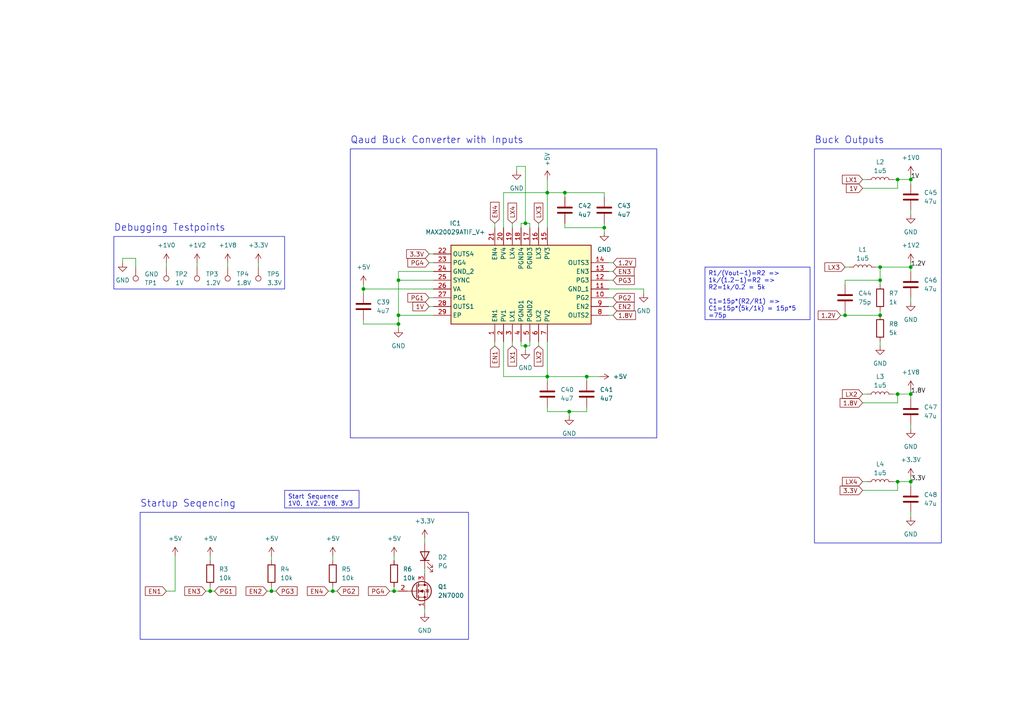
<source format=kicad_sch>
(kicad_sch (version 20230121) (generator eeschema)
  (paper "A4")
  (title_block (title "Power_Supply") (date "2024-01-06") (rev "1"))
  (lib_symbols
    (symbol "Connector:TestPoint" (pin_numbers hide) (pin_names (offset 0.762) hide)
      (property "Reference" "TP" (at 0 6.858 0))
      (property "Value" "TestPoint" (at 0 5.08 0))
      (symbol "TestPoint_0_1"
        (circle (center 0 3.302) (radius 0.762))
      )
      (symbol "TestPoint_1_1"
        (pin passive line (at 0 0 90) (length 2.54) (name "1") (number "1"))
      )
    )
    (symbol "Device:C" (pin_numbers hide) (pin_names (offset 0.254))
      (property "Reference" "C" (at 0.635 2.54 0))
      (property "Value" "C" (at 0.635 -2.54 0))
      (symbol "C_0_1"
        (polyline (pts (xy -2.032 -0.762) (xy 2.032 -0.762)) (stroke (width 0.508)))
        (polyline (pts (xy -2.032 0.762) (xy 2.032 0.762)) (stroke (width 0.508)))
      )
      (symbol "C_1_1"
        (pin passive line (at 0 3.81 270) (length 2.794) (name "~") (number "1"))
        (pin passive line (at 0 -3.81 90) (length 2.794) (name "~") (number "2"))
      )
    )
    (symbol "Device:L" (pin_numbers hide) (pin_names (offset 1.016) hide)
      (property "Reference" "L" (at -1.27 0 90))
      (property "Value" "L" (at 1.905 0 90))
      (symbol "L_0_1"
        (arc (start 0 -2.54) (mid 0.6323 -1.905) (end 0 -1.27))
        (arc (start 0 -1.27) (mid 0.6323 -0.635) (end 0 0))
        (arc (start 0 0) (mid 0.6323 0.635) (end 0 1.27))
        (arc (start 0 1.27) (mid 0.6323 1.905) (end 0 2.54))
      )
      (symbol "L_1_1"
        (pin passive line (at 0 3.81 270) (length 1.27) (name "1") (number "1"))
        (pin passive line (at 0 -3.81 90) (length 1.27) (name "2") (number "2"))
      )
    )
    (symbol "Device:LED" (pin_numbers hide) (pin_names (offset 1.016) hide)
      (property "Reference" "D" (at 0 2.54 0))
      (property "Value" "LED" (at 0 -2.54 0))
      (symbol "LED_0_1"
        (polyline (pts (xy -1.27 -1.27) (xy -1.27 1.27)) (stroke (width 0.254)))
        (polyline (pts (xy -1.27 0) (xy 1.27 0)))
        (polyline (pts (xy 1.27 -1.27) (xy 1.27 1.27) (xy -1.27 0) (xy 1.27 -1.27)) (stroke (width 0.254)))
        (polyline (pts (xy -3.048 -0.762) (xy -4.572 -2.286) (xy -3.81 -2.286) (xy -4.572 -2.286) (xy -4.572 -1.524)))
        (polyline (pts (xy -1.778 -0.762) (xy -3.302 -2.286) (xy -2.54 -2.286) (xy -3.302 -2.286) (xy -3.302 -1.524)))
      )
      (symbol "LED_1_1"
        (pin passive line (at -3.81 0 0) (length 2.54) (name "K") (number "1"))
        (pin passive line (at 3.81 0 180) (length 2.54) (name "A") (number "2"))
      )
    )
    (symbol "Device:R" (pin_numbers hide) (pin_names (offset 0))
      (property "Reference" "R" (at 2.032 0 90))
      (property "Value" "R" (at 0 0 90))
      (symbol "R_0_1"
        (rectangle (start -1.016 -2.54) (end 1.016 2.54) (stroke (width 0.254)))
      )
      (symbol "R_1_1"
        (pin passive line (at 0 3.81 270) (length 1.27) (name "~") (number "1"))
        (pin passive line (at 0 -3.81 90) (length 1.27) (name "~") (number "2"))
      )
    )
    (symbol "MAX20029ATIF_V+:MAX20029ATIF_V+"
      (property "Reference" "IC" (at 29.21 17.78 0))
      (property "Value" "MAX20029ATIF_V+" (at 29.21 15.24 0))
      (symbol "MAX20029ATIF_V+_1_1"
        (rectangle (start 5.08 12.7) (end 27.94 -27.94) (stroke (width 0.254)) (fill (type background)))
        (pin passive line (at 0 0 0) (length 5.08) (name "EN1") (number "1"))
        (pin passive line (at 12.7 -33.02 90) (length 5.08) (name "PG2") (number "10"))
        (pin passive line (at 15.24 -33.02 90) (length 5.08) (name "GND_1") (number "11"))
        (pin passive line (at 17.78 -33.02 90) (length 5.08) (name "PG3") (number "12"))
        (pin passive line (at 20.32 -33.02 90) (length 5.08) (name "EN3") (number "13"))
        (pin passive line (at 22.86 -33.02 90) (length 5.08) (name "OUTS3") (number "14"))
        (pin passive line (at 33.02 -15.24 180) (length 5.08) (name "PV3") (number "15"))
        (pin passive line (at 33.02 -12.7 180) (length 5.08) (name "LX3") (number "16"))
        (pin passive line (at 33.02 -10.16 180) (length 5.08) (name "PGND3") (number "17"))
        (pin passive line (at 33.02 -7.62 180) (length 5.08) (name "PGND4") (number "18"))
        (pin passive line (at 33.02 -5.08 180) (length 5.08) (name "LX4") (number "19"))
        (pin passive line (at 0 -2.54 0) (length 5.08) (name "PV1") (number "2"))
        (pin passive line (at 33.02 -2.54 180) (length 5.08) (name "PV4") (number "20"))
        (pin passive line (at 33.02 0 180) (length 5.08) (name "EN4") (number "21"))
        (pin passive line (at 25.4 17.78 270) (length 5.08) (name "OUTS4") (number "22"))
        (pin passive line (at 22.86 17.78 270) (length 5.08) (name "PG4") (number "23"))
        (pin passive line (at 20.32 17.78 270) (length 5.08) (name "GND_2") (number "24"))
        (pin passive line (at 17.78 17.78 270) (length 5.08) (name "SYNC") (number "25"))
        (pin passive line (at 15.24 17.78 270) (length 5.08) (name "VA") (number "26"))
        (pin passive line (at 12.7 17.78 270) (length 5.08) (name "PG1") (number "27"))
        (pin passive line (at 10.16 17.78 270) (length 5.08) (name "OUTS1") (number "28"))
        (pin passive line (at 7.62 17.78 270) (length 5.08) (name "EP") (number "29"))
        (pin passive line (at 0 -5.08 0) (length 5.08) (name "LX1") (number "3"))
        (pin passive line (at 0 -7.62 0) (length 5.08) (name "PGND1") (number "4"))
        (pin passive line (at 0 -10.16 0) (length 5.08) (name "PGND2") (number "5"))
        (pin passive line (at 0 -12.7 0) (length 5.08) (name "LX2") (number "6"))
        (pin passive line (at 0 -15.24 0) (length 5.08) (name "PV2") (number "7"))
        (pin passive line (at 7.62 -33.02 90) (length 5.08) (name "OUTS2") (number "8"))
        (pin passive line (at 10.16 -33.02 90) (length 5.08) (name "EN2") (number "9"))
      )
    )
    (symbol "Transistor_FET:2N7000" (pin_names hide)
      (property "Reference" "Q" (at 5.08 1.905 0))
      (property "Value" "2N7000" (at 5.08 0 0))
      (symbol "2N7000_0_1"
        (polyline (pts (xy 0.254 0) (xy -2.54 0)))
        (polyline (pts (xy 0.254 1.905) (xy 0.254 -1.905)) (stroke (width 0.254)))
        (polyline (pts (xy 0.762 -1.27) (xy 0.762 -2.286)) (stroke (width 0.254)))
        (polyline (pts (xy 0.762 0.508) (xy 0.762 -0.508)) (stroke (width 0.254)))
        (polyline (pts (xy 0.762 2.286) (xy 0.762 1.27)) (stroke (width 0.254)))
        (polyline (pts (xy 2.54 2.54) (xy 2.54 1.778)))
        (polyline (pts (xy 2.54 -2.54) (xy 2.54 0) (xy 0.762 0)))
        (polyline (pts (xy 0.762 -1.778) (xy 3.302 -1.778) (xy 3.302 1.778) (xy 0.762 1.778)))
        (polyline (pts (xy 1.016 0) (xy 2.032 0.381) (xy 2.032 -0.381) (xy 1.016 0)) (fill (type outline)))
        (polyline (pts (xy 2.794 0.508) (xy 2.921 0.381) (xy 3.683 0.381) (xy 3.81 0.254)))
        (polyline (pts (xy 3.302 0.381) (xy 2.921 -0.254) (xy 3.683 -0.254) (xy 3.302 0.381)))
        (circle (center 1.651 0) (radius 2.794) (stroke (width 0.254)))
        (circle (center 2.54 -1.778) (radius 0.254) (fill (type outline)))
        (circle (center 2.54 1.778) (radius 0.254) (fill (type outline)))
      )
      (symbol "2N7000_1_1"
        (pin passive line (at 2.54 -5.08 90) (length 2.54) (name "S") (number "1"))
        (pin input line (at -5.08 0 0) (length 2.54) (name "G") (number "2"))
        (pin passive line (at 2.54 5.08 270) (length 2.54) (name "D") (number "3"))
      )
    )
    (symbol "power:+1V0" (power) (pin_names (offset 0))
      (property "Value" "+1V0" (at 0 3.556 0))
      (symbol "+1V0_0_1"
        (polyline (pts (xy -0.762 1.27) (xy 0 2.54)))
        (polyline (pts (xy 0 0) (xy 0 2.54)))
        (polyline (pts (xy 0 2.54) (xy 0.762 1.27)))
      )
      (symbol "+1V0_1_1"
        (pin power_in line (at 0 0 90) (length 0) hide (name "+1V0") (number "1"))
      )
    )
    (symbol "power:+1V2" (power) (pin_names (offset 0))
      (property "Value" "+1V2" (at 0 3.556 0))
      (symbol "+1V2_0_1"
        (polyline (pts (xy -0.762 1.27) (xy 0 2.54)))
        (polyline (pts (xy 0 0) (xy 0 2.54)))
        (polyline (pts (xy 0 2.54) (xy 0.762 1.27)))
      )
      (symbol "+1V2_1_1"
        (pin power_in line (at 0 0 90) (length 0) hide (name "+1V2") (number "1"))
      )
    )
    (symbol "power:+1V8" (power) (pin_names (offset 0))
      (property "Value" "+1V8" (at 0 3.556 0))
      (symbol "+1V8_0_1"
        (polyline (pts (xy -0.762 1.27) (xy 0 2.54)))
        (polyline (pts (xy 0 0) (xy 0 2.54)))
        (polyline (pts (xy 0 2.54) (xy 0.762 1.27)))
      )
      (symbol "+1V8_1_1"
        (pin power_in line (at 0 0 90) (length 0) hide (name "+1V8") (number "1"))
      )
    )
    (symbol "power:+3.3V" (power) (pin_names (offset 0))
      (property "Value" "+3.3V" (at 0 3.556 0))
      (symbol "+3.3V_0_1"
        (polyline (pts (xy -0.762 1.27) (xy 0 2.54)))
        (polyline (pts (xy 0 0) (xy 0 2.54)))
        (polyline (pts (xy 0 2.54) (xy 0.762 1.27)))
      )
      (symbol "+3.3V_1_1"
        (pin power_in line (at 0 0 90) (length 0) hide (name "+3.3V") (number "1"))
      )
    )
    (symbol "power:+5V" (power) (pin_names (offset 0))
      (property "Value" "+5V" (at 0 3.556 0))
      (symbol "+5V_0_1"
        (polyline (pts (xy -0.762 1.27) (xy 0 2.54)))
        (polyline (pts (xy 0 0) (xy 0 2.54)))
        (polyline (pts (xy 0 2.54) (xy 0.762 1.27)))
      )
      (symbol "+5V_1_1"
        (pin power_in line (at 0 0 90) (length 0) hide (name "+5V") (number "1"))
      )
    )
    (symbol "power:GND" (power) (pin_names (offset 0))
      (property "Value" "GND" (at 0 -3.81 0))
      (symbol "GND_0_1"
        (polyline (pts (xy 0 0) (xy 0 -1.27) (xy 1.27 -1.27) (xy 0 -2.54) (xy -1.27 -1.27) (xy 0 -1.27)))
      )
      (symbol "GND_1_1"
        (pin power_in line (at 0 0 270) (length 0) hide (name "GND") (number "1"))
      )
    )
  )
  (junction (at 152.4 100.33))
  (junction (at 175.26 66.04))
  (junction (at 245.11 91.44))
  (junction (at 60.96 171.45))
  (junction (at 96.52 171.45))
  (junction (at 163.83 55.88))
  (junction (at 255.27 91.44))
  (junction (at 264.16 77.47))
  (junction (at 255.27 77.47))
  (junction (at 165.1 119.38))
  (junction (at 170.18 109.22))
  (junction (at 264.16 52.07))
  (junction (at 260.35 139.7))
  (junction (at 158.75 55.88))
  (junction (at 255.27 81.28))
  (junction (at 158.75 109.22))
  (junction (at 78.74 171.45))
  (junction (at 152.4 64.77))
  (junction (at 260.35 52.07))
  (junction (at 115.57 93.98))
  (junction (at 114.3 171.45))
  (junction (at 264.16 139.7))
  (junction (at 264.16 114.3))
  (junction (at 105.41 83.82))
  (junction (at 260.35 114.3))
  (junction (at 115.57 81.28))
  (junction (at 115.57 91.44))
  (wire (pts (xy 260.35 116.84) (xy 260.35 114.3)))
  (wire (pts (xy 255.27 99.06) (xy 255.27 100.33)))
  (wire (pts (xy 158.75 118.11) (xy 158.75 119.38)))
  (wire (pts (xy 176.53 91.44) (xy 177.8 91.44)))
  (wire (pts (xy 176.53 76.2) (xy 177.8 76.2)))
  (wire (pts (xy 163.83 55.88) (xy 175.26 55.88)))
  (wire (pts (xy 96.52 171.45) (xy 97.79 171.45)))
  (wire (pts (xy 264.16 114.3) (xy 260.35 114.3)))
  (wire (pts (xy 250.19 114.3) (xy 251.46 114.3)))
  (wire (pts (xy 115.57 93.98) (xy 115.57 91.44)))
  (wire (pts (xy 123.19 156.21) (xy 123.19 157.48)))
  (wire (pts (xy 152.4 64.77) (xy 153.67 64.77)))
  (wire (pts (xy 95.25 171.45) (xy 96.52 171.45)))
  (wire (pts (xy 245.11 81.28) (xy 255.27 81.28)))
  (wire (pts (xy 146.05 55.88) (xy 146.05 66.04)))
  (wire (pts (xy 264.16 50.8) (xy 264.16 52.07)))
  (wire (pts (xy 78.74 171.45) (xy 80.01 171.45)))
  (wire (pts (xy 158.75 55.88) (xy 163.83 55.88)))
  (wire (pts (xy 105.41 83.82) (xy 105.41 82.55)))
  (wire (pts (xy 149.86 48.26) (xy 149.86 49.53)))
  (wire (pts (xy 146.05 109.22) (xy 158.75 109.22)))
  (wire (pts (xy 250.19 139.7) (xy 251.46 139.7)))
  (wire (pts (xy 264.16 60.96) (xy 264.16 62.23)))
  (wire (pts (xy 124.46 86.36) (xy 125.73 86.36)))
  (wire (pts (xy 146.05 55.88) (xy 158.75 55.88)))
  (wire (pts (xy 156.21 64.77) (xy 156.21 66.04)))
  (wire (pts (xy 264.16 86.36) (xy 264.16 87.63)))
  (wire (pts (xy 186.69 83.82) (xy 176.53 83.82)))
  (wire (pts (xy 146.05 109.22) (xy 146.05 99.06)))
  (wire (pts (xy 255.27 77.47) (xy 264.16 77.47)))
  (wire (pts (xy 148.59 64.77) (xy 148.59 66.04)))
  (wire (pts (xy 114.3 170.18) (xy 114.3 171.45)))
  (wire (pts (xy 163.83 66.04) (xy 175.26 66.04)))
  (wire (pts (xy 170.18 119.38) (xy 170.18 118.11)))
  (wire (pts (xy 255.27 91.44) (xy 255.27 90.17)))
  (wire (pts (xy 170.18 109.22) (xy 158.75 109.22)))
  (wire (pts (xy 250.19 54.61) (xy 260.35 54.61)))
  (wire (pts (xy 78.74 161.29) (xy 78.74 162.56)))
  (wire (pts (xy 254 77.47) (xy 255.27 77.47)))
  (wire (pts (xy 255.27 81.28) (xy 255.27 82.55)))
  (wire (pts (xy 264.16 53.34) (xy 264.16 52.07)))
  (wire (pts (xy 260.35 52.07) (xy 259.08 52.07)))
  (wire (pts (xy 148.59 99.06) (xy 148.59 100.33)))
  (wire (pts (xy 39.37 74.93) (xy 35.56 74.93)))
  (wire (pts (xy 74.93 76.2) (xy 74.93 77.47)))
  (wire (pts (xy 151.13 100.33) (xy 152.4 100.33)))
  (wire (pts (xy 156.21 99.06) (xy 156.21 100.33)))
  (wire (pts (xy 158.75 110.49) (xy 158.75 109.22)))
  (wire (pts (xy 114.3 161.29) (xy 114.3 162.56)))
  (wire (pts (xy 186.69 85.09) (xy 186.69 83.82)))
  (wire (pts (xy 124.46 88.9) (xy 125.73 88.9)))
  (wire (pts (xy 78.74 170.18) (xy 78.74 171.45)))
  (wire (pts (xy 264.16 52.07) (xy 260.35 52.07)))
  (wire (pts (xy 115.57 81.28) (xy 115.57 78.74)))
  (wire (pts (xy 264.16 140.97) (xy 264.16 139.7)))
  (wire (pts (xy 173.99 109.22) (xy 170.18 109.22)))
  (wire (pts (xy 153.67 64.77) (xy 153.67 66.04)))
  (wire (pts (xy 158.75 119.38) (xy 165.1 119.38)))
  (wire (pts (xy 163.83 64.77) (xy 163.83 66.04)))
  (wire (pts (xy 77.47 171.45) (xy 78.74 171.45)))
  (wire (pts (xy 264.16 148.59) (xy 264.16 149.86)))
  (wire (pts (xy 260.35 54.61) (xy 260.35 52.07)))
  (wire (pts (xy 124.46 73.66) (xy 125.73 73.66)))
  (wire (pts (xy 66.04 76.2) (xy 66.04 77.47)))
  (wire (pts (xy 151.13 99.06) (xy 151.13 100.33)))
  (wire (pts (xy 149.86 48.26) (xy 152.4 48.26)))
  (wire (pts (xy 165.1 119.38) (xy 170.18 119.38)))
  (wire (pts (xy 151.13 66.04) (xy 151.13 64.77)))
  (wire (pts (xy 243.84 91.44) (xy 245.11 91.44)))
  (wire (pts (xy 115.57 91.44) (xy 125.73 91.44)))
  (wire (pts (xy 125.73 83.82) (xy 105.41 83.82)))
  (wire (pts (xy 158.75 55.88) (xy 158.75 66.04)))
  (wire (pts (xy 115.57 81.28) (xy 125.73 81.28)))
  (wire (pts (xy 158.75 52.07) (xy 158.75 55.88)))
  (wire (pts (xy 264.16 76.2) (xy 264.16 77.47)))
  (wire (pts (xy 105.41 92.71) (xy 105.41 93.98)))
  (wire (pts (xy 245.11 91.44) (xy 255.27 91.44)))
  (wire (pts (xy 96.52 161.29) (xy 96.52 162.56)))
  (wire (pts (xy 60.96 170.18) (xy 60.96 171.45)))
  (wire (pts (xy 177.8 88.9) (xy 176.53 88.9)))
  (wire (pts (xy 152.4 64.77) (xy 152.4 48.26)))
  (wire (pts (xy 165.1 119.38) (xy 165.1 120.65)))
  (wire (pts (xy 170.18 109.22) (xy 170.18 110.49)))
  (wire (pts (xy 39.37 77.47) (xy 39.37 74.93)))
  (wire (pts (xy 143.51 100.33) (xy 143.51 99.06)))
  (wire (pts (xy 114.3 171.45) (xy 115.57 171.45)))
  (wire (pts (xy 151.13 64.77) (xy 152.4 64.77)))
  (wire (pts (xy 250.19 142.24) (xy 260.35 142.24)))
  (wire (pts (xy 264.16 115.57) (xy 264.16 114.3)))
  (wire (pts (xy 50.8 171.45) (xy 48.26 171.45)))
  (wire (pts (xy 176.53 86.36) (xy 177.8 86.36)))
  (wire (pts (xy 260.35 142.24) (xy 260.35 139.7)))
  (wire (pts (xy 115.57 95.25) (xy 115.57 93.98)))
  (wire (pts (xy 245.11 90.17) (xy 245.11 91.44)))
  (wire (pts (xy 245.11 77.47) (xy 246.38 77.47)))
  (wire (pts (xy 264.16 123.19) (xy 264.16 124.46)))
  (wire (pts (xy 176.53 81.28) (xy 177.8 81.28)))
  (wire (pts (xy 57.15 76.2) (xy 57.15 77.47)))
  (wire (pts (xy 48.26 76.2) (xy 48.26 77.47)))
  (wire (pts (xy 153.67 99.06) (xy 153.67 100.33)))
  (wire (pts (xy 115.57 91.44) (xy 115.57 81.28)))
  (wire (pts (xy 260.35 114.3) (xy 259.08 114.3)))
  (wire (pts (xy 35.56 74.93) (xy 35.56 76.2)))
  (wire (pts (xy 50.8 171.45) (xy 50.8 161.29)))
  (wire (pts (xy 250.19 116.84) (xy 260.35 116.84)))
  (wire (pts (xy 105.41 93.98) (xy 115.57 93.98)))
  (wire (pts (xy 245.11 81.28) (xy 245.11 82.55)))
  (wire (pts (xy 175.26 66.04) (xy 175.26 67.31)))
  (wire (pts (xy 123.19 165.1) (xy 123.19 166.37)))
  (wire (pts (xy 60.96 161.29) (xy 60.96 162.56)))
  (wire (pts (xy 163.83 55.88) (xy 163.83 57.15)))
  (wire (pts (xy 158.75 109.22) (xy 158.75 99.06)))
  (wire (pts (xy 175.26 55.88) (xy 175.26 57.15)))
  (wire (pts (xy 177.8 78.74) (xy 176.53 78.74)))
  (wire (pts (xy 115.57 78.74) (xy 125.73 78.74)))
  (wire (pts (xy 152.4 100.33) (xy 153.67 100.33)))
  (wire (pts (xy 123.19 176.53) (xy 123.19 177.8)))
  (wire (pts (xy 264.16 113.03) (xy 264.16 114.3)))
  (wire (pts (xy 152.4 100.33) (xy 152.4 101.6)))
  (wire (pts (xy 143.51 64.77) (xy 143.51 66.04)))
  (wire (pts (xy 105.41 83.82) (xy 105.41 85.09)))
  (wire (pts (xy 96.52 170.18) (xy 96.52 171.45)))
  (wire (pts (xy 260.35 139.7) (xy 259.08 139.7)))
  (wire (pts (xy 175.26 66.04) (xy 175.26 64.77)))
  (wire (pts (xy 59.69 171.45) (xy 60.96 171.45)))
  (wire (pts (xy 250.19 52.07) (xy 251.46 52.07)))
  (wire (pts (xy 264.16 138.43) (xy 264.16 139.7)))
  (wire (pts (xy 264.16 139.7) (xy 260.35 139.7)))
  (wire (pts (xy 60.96 171.45) (xy 62.23 171.45)))
  (wire (pts (xy 124.46 76.2) (xy 125.73 76.2)))
  (wire (pts (xy 113.03 171.45) (xy 114.3 171.45)))
  (wire (pts (xy 264.16 78.74) (xy 264.16 77.47)))
  (wire (pts (xy 255.27 81.28) (xy 255.27 77.47)))
  (rectangle (start 101.6 43.18) (end 190.5 127))
  (rectangle (start 40.64 148.59) (end 135.89 185.42))
  (rectangle (start 33.02 68.58) (end 82.55 83.82))
  (rectangle (start 236.22 43.18) (end 273.05 157.48))
  (text_box "R1/(Vout-1)=R2 => 1k/(1.2-1)=R2 => R2=1k/0.2 = 5k\n\nC1=15p*(R2/R1) => C1=15p*(5k/1k) = 15p*5 =75p" (at 204.47 77.47 0) (size 30.48 15.24) (effects (font (size 1.27 1.27)) (justify left top)))
  (text_box "Start Sequence\n1V0, 1V2, 1V8, 3V3" (at 82.55 142.24 0) (size 21.59 5.08) (effects (font (size 1.27 1.27)) (justify left top)))
  (text "Debugging Testpoints" (at 33.02 67.31 0) (effects (font (size 2 2)) (justify left bottom)))
  (text "Qaud Buck Converter with Inputs" (at 101.6 41.91 0) (effects (font (size 2 2)) (justify left bottom)))
  (text "Startup Seqencing" (at 40.64 147.32 0) (effects (font (size 2 2)) (justify left bottom)))
  (text "Buck Outputs" (at 236.22 41.91 0) (effects (font (size 2 2)) (justify left bottom)))
  (label "1V" (at 264.16 52.07 0))
  (label "1.2V" (at 264.16 77.47 0))
  (label "1.8V" (at 264.16 114.3 0))
  (label "3.3V" (at 264.16 139.7 0))
  (global_label "LX1" (shape input) (at 148.59 100.33 270) (property "Intersheetrefs" "${INTERSHEET_REFS}" (effects hide)))
  (global_label "PG2" (shape input) (at 177.8 86.36 0) (property "Intersheetrefs" "${INTERSHEET_REFS}" (effects hide)))
  (global_label "LX2" (shape input) (at 156.21 100.33 270) (property "Intersheetrefs" "${INTERSHEET_REFS}" (effects hide)))
  (global_label "1V" (shape input) (at 250.19 54.61 180) (property "Intersheetrefs" "${INTERSHEET_REFS}" (effects hide)))
  (global_label "LX1" (shape input) (at 250.19 52.07 180) (property "Intersheetrefs" "${INTERSHEET_REFS}" (effects hide)))
  (global_label "EN1" (shape input) (at 48.26 171.45 180) (property "Intersheetrefs" "${INTERSHEET_REFS}" (effects hide)))
  (global_label "LX2" (shape input) (at 250.19 114.3 180) (property "Intersheetrefs" "${INTERSHEET_REFS}" (effects hide)))
  (global_label "LX4" (shape input) (at 148.59 64.77 90) (property "Intersheetrefs" "${INTERSHEET_REFS}" (effects hide)))
  (global_label "PG4" (shape input) (at 113.03 171.45 180) (property "Intersheetrefs" "${INTERSHEET_REFS}" (effects hide)))
  (global_label "PG4" (shape input) (at 124.46 76.2 180) (property "Intersheetrefs" "${INTERSHEET_REFS}" (effects hide)))
  (global_label "EN4" (shape input) (at 143.51 64.77 90) (property "Intersheetrefs" "${INTERSHEET_REFS}" (effects hide)))
  (global_label "EN1" (shape input) (at 143.51 100.33 270) (property "Intersheetrefs" "${INTERSHEET_REFS}" (effects hide)))
  (global_label "PG3" (shape input) (at 80.01 171.45 0) (property "Intersheetrefs" "${INTERSHEET_REFS}" (effects hide)))
  (global_label "3.3V" (shape input) (at 250.19 142.24 180) (property "Intersheetrefs" "${INTERSHEET_REFS}" (effects hide)))
  (global_label "1V" (shape input) (at 124.46 88.9 180) (property "Intersheetrefs" "${INTERSHEET_REFS}" (effects hide)))
  (global_label "EN4" (shape input) (at 95.25 171.45 180) (property "Intersheetrefs" "${INTERSHEET_REFS}" (effects hide)))
  (global_label "EN3" (shape input) (at 59.69 171.45 180) (property "Intersheetrefs" "${INTERSHEET_REFS}" (effects hide)))
  (global_label "PG1" (shape input) (at 62.23 171.45 0) (property "Intersheetrefs" "${INTERSHEET_REFS}" (effects hide)))
  (global_label "EN2" (shape input) (at 77.47 171.45 180) (property "Intersheetrefs" "${INTERSHEET_REFS}" (effects hide)))
  (global_label "PG2" (shape input) (at 97.79 171.45 0) (property "Intersheetrefs" "${INTERSHEET_REFS}" (effects hide)))
  (global_label "1.2V" (shape input) (at 177.8 76.2 0) (property "Intersheetrefs" "${INTERSHEET_REFS}" (effects hide)))
  (global_label "3.3V" (shape input) (at 124.46 73.66 180) (property "Intersheetrefs" "${INTERSHEET_REFS}" (effects hide)))
  (global_label "LX4" (shape input) (at 250.19 139.7 180) (property "Intersheetrefs" "${INTERSHEET_REFS}" (effects hide)))
  (global_label "LX3" (shape input) (at 245.11 77.47 180) (property "Intersheetrefs" "${INTERSHEET_REFS}" (effects hide)))
  (global_label "EN3" (shape input) (at 177.8 78.74 0) (property "Intersheetrefs" "${INTERSHEET_REFS}" (effects hide)))
  (global_label "PG3" (shape input) (at 177.8 81.28 0) (property "Intersheetrefs" "${INTERSHEET_REFS}" (effects hide)))
  (global_label "EN2" (shape input) (at 177.8 88.9 0) (property "Intersheetrefs" "${INTERSHEET_REFS}" (effects hide)))
  (global_label "1.2V" (shape input) (at 243.84 91.44 180) (property "Intersheetrefs" "${INTERSHEET_REFS}" (effects hide)))
  (global_label "1.8V" (shape input) (at 177.8 91.44 0) (property "Intersheetrefs" "${INTERSHEET_REFS}" (effects hide)))
  (global_label "1.8V" (shape input) (at 250.19 116.84 180) (property "Intersheetrefs" "${INTERSHEET_REFS}" (effects hide)))
  (global_label "LX3" (shape input) (at 156.21 64.77 90) (property "Intersheetrefs" "${INTERSHEET_REFS}" (effects hide)))
  (global_label "PG1" (shape input) (at 124.46 86.36 180) (property "Intersheetrefs" "${INTERSHEET_REFS}" (effects hide)))
  (symbol (lib_id "power:+5V") (at 50.8 161.29 0) (unit 1)
    (property "Reference" "#PWR039" (effects hide))
    (property "Value" "+5V" (at 50.8 156.21 0))
  )
  (symbol (lib_id "power:+3.3V") (at 74.93 76.2 0) (unit 1)
    (property "Reference" "#PWR047" (effects hide))
    (property "Value" "+3.3V" (at 74.93 71.12 0))
  )
  (symbol (lib_id "power:+1V2") (at 57.15 76.2 0) (unit 1)
    (property "Reference" "#PWR044" (effects hide))
    (property "Value" "+1V2" (at 57.15 71.12 0))
  )
  (symbol (lib_id "Device:R") (at 60.96 166.37 180) (unit 1)
    (property "Reference" "R3" (at 63.5 165.1 0) (effects (justify right)))
    (property "Value" "10k" (at 63.5 167.64 0) (effects (justify right)))
    (property "Footprint" "Resistor_SMD:R_0402_1005Metric" (effects hide))
  )
  (symbol (lib_id "power:+5V") (at 105.41 82.55 0) (unit 1)
    (property "Reference" "#PWR030" (effects hide))
    (property "Value" "+5V" (at 105.41 77.47 0))
  )
  (symbol (lib_id "Device:C") (at 264.16 119.38 0) (unit 1)
    (property "Reference" "C47" (at 267.97 118.11 0) (effects (justify left)))
    (property "Value" "47u" (at 267.97 120.65 0) (effects (justify left)))
    (property "Footprint" "Capacitor_SMD:C_0402_1005Metric" (effects hide))
  )
  (symbol (lib_id "Connector:TestPoint") (at 74.93 77.47 180) (unit 1)
    (property "Reference" "TP5" (at 77.47 79.502 0) (effects (justify right)))
    (property "Value" "3.3V" (at 77.47 82.042 0) (effects (justify right)))
    (property "Footprint" "TestPoint:TestPoint_Pad_2.0x2.0mm" (effects hide))
  )
  (symbol (lib_id "Device:R") (at 255.27 95.25 0) (unit 1)
    (property "Reference" "R8" (at 257.81 93.98 0) (effects (justify left)))
    (property "Value" "5k" (at 257.81 96.52 0) (effects (justify left)))
    (property "Footprint" "Resistor_SMD:R_0402_1005Metric" (effects hide))
  )
  (symbol (lib_id "Device:C") (at 175.26 60.96 0) (unit 1)
    (property "Reference" "C43" (at 179.07 59.69 0) (effects (justify left)))
    (property "Value" "4u7" (at 179.07 62.23 0) (effects (justify left)))
    (property "Footprint" "Capacitor_SMD:C_0402_1005Metric" (effects hide))
  )
  (symbol (lib_id "power:+1V8") (at 264.16 113.03 0) (unit 1)
    (property "Reference" "#PWR055" (effects hide))
    (property "Value" "+1V8" (at 264.16 107.95 0))
  )
  (symbol (lib_id "power:GND") (at 264.16 149.86 0) (unit 1)
    (property "Reference" "#PWR058" (effects hide))
    (property "Value" "GND" (at 264.16 154.94 0))
  )
  (symbol (lib_id "power:GND") (at 152.4 101.6 0) (unit 1)
    (property "Reference" "#PWR033" (effects hide))
    (property "Value" "GND" (at 152.4 106.68 0))
  )
  (symbol (lib_id "power:GND") (at 165.1 120.65 0) (unit 1)
    (property "Reference" "#PWR035" (effects hide))
    (property "Value" "GND" (at 165.1 125.73 0))
  )
  (symbol (lib_id "power:GND") (at 264.16 87.63 0) (unit 1)
    (property "Reference" "#PWR054" (effects hide))
    (property "Value" "GND" (at 264.16 92.71 0))
  )
  (symbol (lib_id "power:GND") (at 264.16 62.23 0) (unit 1)
    (property "Reference" "#PWR052" (effects hide))
    (property "Value" "GND" (at 264.16 67.31 0))
  )
  (symbol (lib_id "Device:C") (at 158.75 114.3 0) (unit 1)
    (property "Reference" "C40" (at 162.56 113.03 0) (effects (justify left)))
    (property "Value" "4u7" (at 162.56 115.57 0) (effects (justify left)))
    (property "Footprint" "Capacitor_SMD:C_0402_1005Metric" (effects hide))
  )
  (symbol (lib_id "Connector:TestPoint") (at 39.37 77.47 0) (mirror x) (unit 1)
    (property "Reference" "TP1" (at 41.91 82.042 0) (effects (justify left)))
    (property "Value" "GND" (at 41.91 79.502 0) (effects (justify left)))
    (property "Footprint" "TestPoint:TestPoint_Pad_2.0x2.0mm" (effects hide))
  )
  (symbol (lib_id "power:GND") (at 123.19 177.8 0) (unit 1)
    (property "Reference" "#PWR050" (effects hide))
    (property "Value" "GND" (at 123.19 182.88 0))
  )
  (symbol (lib_id "power:GND") (at 255.27 100.33 0) (unit 1)
    (property "Reference" "#PWR048" (effects hide))
    (property "Value" "GND" (at 255.27 105.41 0))
  )
  (symbol (lib_id "Connector:TestPoint") (at 48.26 77.47 180) (unit 1)
    (property "Reference" "TP2" (at 50.8 79.502 0) (effects (justify right)))
    (property "Value" "1V" (at 50.8 82.042 0) (effects (justify right)))
    (property "Footprint" "TestPoint:TestPoint_Pad_2.0x2.0mm" (effects hide))
  )
  (symbol (lib_id "Device:C") (at 264.16 57.15 0) (unit 1)
    (property "Reference" "C45" (at 267.97 55.88 0) (effects (justify left)))
    (property "Value" "47u" (at 267.97 58.42 0) (effects (justify left)))
    (property "Footprint" "Capacitor_SMD:C_0402_1005Metric" (effects hide))
  )
  (symbol (lib_id "power:+1V0") (at 264.16 50.8 0) (unit 1)
    (property "Reference" "#PWR051" (effects hide))
    (property "Value" "+1V0" (at 264.16 45.72 0))
  )
  (symbol (lib_id "Device:L") (at 255.27 52.07 90) (unit 1)
    (property "Reference" "L2" (at 255.27 46.99 90))
    (property "Value" "1u5" (at 255.27 49.53 90))
    (property "Footprint" "74404032015:INDPM3030X150N" (effects hide))
  )
  (symbol (lib_id "Device:L") (at 255.27 114.3 90) (unit 1)
    (property "Reference" "L3" (at 255.27 109.22 90))
    (property "Value" "1u5" (at 255.27 111.76 90))
    (property "Footprint" "74404032015:INDPM3030X150N" (effects hide))
  )
  (symbol (lib_id "power:GND") (at 175.26 67.31 0) (unit 1)
    (property "Reference" "#PWR037" (effects hide))
    (property "Value" "GND" (at 175.26 72.39 0))
  )
  (symbol (lib_id "power:+5V") (at 78.74 161.29 0) (unit 1)
    (property "Reference" "#PWR043" (effects hide))
    (property "Value" "+5V" (at 78.74 156.21 0))
  )
  (symbol (lib_id "power:+5V") (at 173.99 109.22 270) (unit 1)
    (property "Reference" "#PWR036" (effects hide))
    (property "Value" "+5V" (at 177.8 109.22 90) (effects (justify left)))
  )
  (symbol (lib_id "power:+5V") (at 158.75 52.07 0) (unit 1)
    (property "Reference" "#PWR034" (effects hide))
    (property "Value" "+5V" (at 158.75 48.26 90) (effects (justify left)))
  )
  (symbol (lib_id "Device:C") (at 264.16 144.78 0) (unit 1)
    (property "Reference" "C48" (at 267.97 143.51 0) (effects (justify left)))
    (property "Value" "47u" (at 267.97 146.05 0) (effects (justify left)))
    (property "Footprint" "Capacitor_SMD:C_0402_1005Metric" (effects hide))
  )
  (symbol (lib_id "power:+5V") (at 114.3 161.29 0) (unit 1)
    (property "Reference" "#PWR059" (effects hide))
    (property "Value" "+5V" (at 114.3 156.21 0))
  )
  (symbol (lib_id "power:GND") (at 149.86 49.53 0) (unit 1)
    (property "Reference" "#PWR032" (effects hide))
    (property "Value" "GND" (at 149.86 54.61 0))
  )
  (symbol (lib_id "power:+1V2") (at 264.16 76.2 0) (unit 1)
    (property "Reference" "#PWR053" (effects hide))
    (property "Value" "+1V2" (at 264.16 71.12 0))
  )
  (symbol (lib_id "Device:C") (at 170.18 114.3 0) (unit 1)
    (property "Reference" "C41" (at 173.99 113.03 0) (effects (justify left)))
    (property "Value" "4u7" (at 173.99 115.57 0) (effects (justify left)))
    (property "Footprint" "Capacitor_SMD:C_0402_1005Metric" (effects hide))
  )
  (symbol (lib_id "power:+3.3V") (at 264.16 138.43 0) (unit 1)
    (property "Reference" "#PWR057" (effects hide))
    (property "Value" "+3.3V" (at 264.16 133.35 0))
  )
  (symbol (lib_id "Connector:TestPoint") (at 66.04 77.47 180) (unit 1)
    (property "Reference" "TP4" (at 68.58 79.502 0) (effects (justify right)))
    (property "Value" "1.8V" (at 68.58 82.042 0) (effects (justify right)))
    (property "Footprint" "TestPoint:TestPoint_Pad_2.0x2.0mm" (effects hide))
  )
  (symbol (lib_id "Device:C") (at 163.83 60.96 0) (unit 1)
    (property "Reference" "C42" (at 167.64 59.69 0) (effects (justify left)))
    (property "Value" "4u7" (at 167.64 62.23 0) (effects (justify left)))
    (property "Footprint" "Capacitor_SMD:C_0402_1005Metric" (effects hide))
  )
  (symbol (lib_id "Transistor_FET:2N7000") (at 120.65 171.45 0) (unit 1)
    (property "Reference" "Q1" (at 127 170.18 0) (effects (justify left)))
    (property "Value" "2N7000" (at 127 172.72 0) (effects (justify left)))
    (property "Footprint" "Package_TO_SOT_SMD:SOT-23-3" (effects hide))
    (property "Datasheet" "https://www.vishay.com/docs/70226/70226.pdf" (effects hide))
  )
  (symbol (lib_id "power:GND") (at 186.69 85.09 0) (unit 1)
    (property "Reference" "#PWR038" (effects hide))
    (property "Value" "GND" (at 186.69 90.17 0))
  )
  (symbol (lib_id "power:GND") (at 35.56 76.2 0) (unit 1)
    (property "Reference" "#PWR041" (effects hide))
    (property "Value" "GND" (at 35.56 81.28 0))
  )
  (symbol (lib_id "Device:R") (at 78.74 166.37 180) (unit 1)
    (property "Reference" "R4" (at 81.28 165.1 0) (effects (justify right)))
    (property "Value" "10k" (at 81.28 167.64 0) (effects (justify right)))
    (property "Footprint" "Resistor_SMD:R_0402_1005Metric" (effects hide))
  )
  (symbol (lib_id "Device:R") (at 96.52 166.37 180) (unit 1)
    (property "Reference" "R5" (at 99.06 165.1 0) (effects (justify right)))
    (property "Value" "10k" (at 99.06 167.64 0) (effects (justify right)))
    (property "Footprint" "Resistor_SMD:R_0402_1005Metric" (effects hide))
  )
  (symbol (lib_id "Device:L") (at 255.27 139.7 90) (unit 1)
    (property "Reference" "L4" (at 255.27 134.62 90))
    (property "Value" "1u5" (at 255.27 137.16 90))
    (property "Footprint" "74404032015:INDPM3030X150N" (effects hide))
  )
  (symbol (lib_id "Device:R") (at 114.3 166.37 180) (unit 1)
    (property "Reference" "R6" (at 116.84 165.1 0) (effects (justify right)))
    (property "Value" "10k" (at 116.84 167.64 0) (effects (justify right)))
    (property "Footprint" "Resistor_SMD:R_0402_1005Metric" (effects hide))
  )
  (symbol (lib_id "power:+1V0") (at 48.26 76.2 0) (unit 1)
    (property "Reference" "#PWR042" (effects hide))
    (property "Value" "+1V0" (at 48.26 71.12 0))
  )
  (symbol (lib_id "power:+3.3V") (at 123.19 156.21 0) (unit 1)
    (property "Reference" "#PWR049" (effects hide))
    (property "Value" "+3.3V" (at 123.19 151.13 0))
  )
  (symbol (lib_id "power:GND") (at 115.57 95.25 0) (unit 1)
    (property "Reference" "#PWR031" (effects hide))
    (property "Value" "GND" (at 115.57 100.33 0))
  )
  (symbol (lib_id "Connector:TestPoint") (at 57.15 77.47 180) (unit 1)
    (property "Reference" "TP3" (at 59.69 79.502 0) (effects (justify right)))
    (property "Value" "1.2V" (at 59.69 82.042 0) (effects (justify right)))
    (property "Footprint" "TestPoint:TestPoint_Pad_2.0x2.0mm" (effects hide))
  )
  (symbol (lib_id "Device:LED") (at 123.19 161.29 90) (unit 1)
    (property "Reference" "D2" (at 127 161.6075 90) (effects (justify right)))
    (property "Value" "PG" (at 127 164.1475 90) (effects (justify right)))
    (property "Footprint" "LED_SMD:LED_0603_1608Metric" (effects hide))
  )
  (symbol (lib_id "Device:C") (at 264.16 82.55 0) (unit 1)
    (property "Reference" "C46" (at 267.97 81.28 0) (effects (justify left)))
    (property "Value" "47u" (at 267.97 83.82 0) (effects (justify left)))
    (property "Footprint" "Capacitor_SMD:C_0402_1005Metric" (effects hide))
  )
  (symbol (lib_id "power:+1V8") (at 66.04 76.2 0) (unit 1)
    (property "Reference" "#PWR045" (effects hide))
    (property "Value" "+1V8" (at 66.04 71.12 0))
  )
  (symbol (lib_id "Device:C") (at 245.11 86.36 0) (unit 1)
    (property "Reference" "C44" (at 248.92 85.09 0) (effects (justify left)))
    (property "Value" "75p" (at 248.92 87.63 0) (effects (justify left)))
    (property "Footprint" "Capacitor_SMD:C_0402_1005Metric" (effects hide))
  )
  (symbol (lib_id "power:+5V") (at 60.96 161.29 0) (unit 1)
    (property "Reference" "#PWR040" (effects hide))
    (property "Value" "+5V" (at 60.96 156.21 0))
  )
  (symbol (lib_id "MAX20029ATIF_V+:MAX20029ATIF_V+") (at 143.51 99.06 90) (unit 1)
    (property "Reference" "IC1" (at 132.08 64.77 90))
    (property "Value" "MAX20029ATIF_V+" (at 132.08 67.31 90))
    (property "Footprint" "MAX20029ATIF_V+:QFN50P500X500X80-29N" (effects hide))
    (property "Datasheet" "https://datasheets.maximintegrated.com/en/ds/MAX20029-MAX20029D.pdf" (effects hide))
    (property "Height" "0.8" (effects hide))
    (property "Manufacturer_Name" "Analog Devices" (effects hide))
    (property "Manufacturer_Part_Number" "MAX20029ATIF/V+" (effects hide))
    (property "Mouser Part Number" "700-MAX20029ATIF/V+" (effects hide))
    (property "Mouser Price/Stock" "https://www.mouser.co.uk/ProductDetail/Analog-Devices-Maxim-Integrated/MAX20029ATIF-V%2b?qs=uwxL4vQweFOl5TBKmLtmFg%3D%3D" (effects hide))
    (property "Arrow Part Number" "MAX20029ATIF/V+" (effects hide))
    (property "Arrow Price/Stock" "https://www.arrow.com/en/products/max20029atifv/maxim-integrated?region=nac" (effects hide))
  )
  (symbol (lib_id "Device:C") (at 105.41 88.9 0) (unit 1)
    (property "Reference" "C39" (at 109.22 87.63 0) (effects (justify left)))
    (property "Value" "4u7" (at 109.22 90.17 0) (effects (justify left)))
    (property "Footprint" "Capacitor_SMD:C_0402_1005Metric" (effects hide))
  )
  (symbol (lib_id "power:GND") (at 264.16 124.46 0) (unit 1)
    (property "Reference" "#PWR056" (effects hide))
    (property "Value" "GND" (at 264.16 129.54 0))
  )
  (symbol (lib_id "power:+5V") (at 96.52 161.29 0) (unit 1)
    (property "Reference" "#PWR046" (effects hide))
    (property "Value" "+5V" (at 96.52 156.21 0))
  )
  (symbol (lib_id "Device:R") (at 255.27 86.36 0) (unit 1)
    (property "Reference" "R7" (at 257.81 85.09 0) (effects (justify left)))
    (property "Value" "1k" (at 257.81 87.63 0) (effects (justify left)))
    (property "Footprint" "Resistor_SMD:R_0402_1005Metric" (effects hide))
  )
  (symbol (lib_id "Device:L") (at 250.19 77.47 90) (unit 1)
    (property "Reference" "L1" (at 250.19 72.39 90))
    (property "Value" "1u5" (at 250.19 74.93 90))
    (property "Footprint" "74404032015:INDPM3030X150N" (effects hide))
  )
)
</source>
